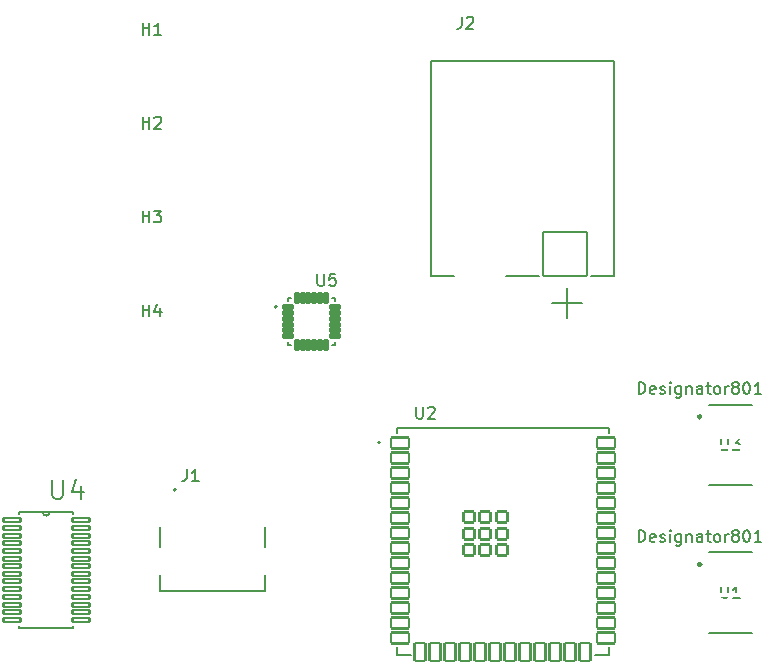
<source format=gbr>
%TF.GenerationSoftware,KiCad,Pcbnew,9.0.2*%
%TF.CreationDate,2025-11-06T19:37:58+13:00*%
%TF.ProjectId,Rob_Dev_Board,526f625f-4465-4765-9f42-6f6172642e6b,rev?*%
%TF.SameCoordinates,Original*%
%TF.FileFunction,Legend,Top*%
%TF.FilePolarity,Positive*%
%FSLAX46Y46*%
G04 Gerber Fmt 4.6, Leading zero omitted, Abs format (unit mm)*
G04 Created by KiCad (PCBNEW 9.0.2) date 2025-11-06 19:37:58*
%MOMM*%
%LPD*%
G01*
G04 APERTURE LIST*
G04 Aperture macros list*
%AMRoundRect*
0 Rectangle with rounded corners*
0 $1 Rounding radius*
0 $2 $3 $4 $5 $6 $7 $8 $9 X,Y pos of 4 corners*
0 Add a 4 corners polygon primitive as box body*
4,1,4,$2,$3,$4,$5,$6,$7,$8,$9,$2,$3,0*
0 Add four circle primitives for the rounded corners*
1,1,$1+$1,$2,$3*
1,1,$1+$1,$4,$5*
1,1,$1+$1,$6,$7*
1,1,$1+$1,$8,$9*
0 Add four rect primitives between the rounded corners*
20,1,$1+$1,$2,$3,$4,$5,0*
20,1,$1+$1,$4,$5,$6,$7,0*
20,1,$1+$1,$6,$7,$8,$9,0*
20,1,$1+$1,$8,$9,$2,$3,0*%
G04 Aperture macros list end*
%ADD10C,0.150000*%
%ADD11C,0.250000*%
%ADD12C,0.127000*%
%ADD13C,0.200000*%
%ADD14C,0.152400*%
%ADD15C,0.000000*%
%ADD16C,0.010000*%
%ADD17R,0.650001X0.249999*%
%ADD18R,0.249999X0.650001*%
%ADD19C,3.200000*%
%ADD20RoundRect,0.102000X-0.395000X-0.140000X0.395000X-0.140000X0.395000X0.140000X-0.395000X0.140000X0*%
%ADD21RoundRect,0.102000X-0.140000X-0.395000X0.140000X-0.395000X0.140000X0.395000X-0.140000X0.395000X0*%
%ADD22C,0.600000*%
%ADD23O,1.104000X2.204000*%
%ADD24O,1.104000X1.904000*%
%ADD25RoundRect,0.102000X-1.858000X-1.858000X1.858000X-1.858000X1.858000X1.858000X-1.858000X1.858000X0*%
%ADD26C,3.920000*%
%ADD27O,1.404000X2.604000*%
%ADD28RoundRect,0.102000X-0.736600X-0.177800X0.736600X-0.177800X0.736600X0.177800X-0.736600X0.177800X0*%
%ADD29RoundRect,0.102000X-0.750000X-0.450000X0.750000X-0.450000X0.750000X0.450000X-0.750000X0.450000X0*%
%ADD30RoundRect,0.102000X-0.450000X-0.750000X0.450000X-0.750000X0.450000X0.750000X-0.450000X0.750000X0*%
%ADD31RoundRect,0.102000X-0.450000X-0.450000X0.450000X-0.450000X0.450000X0.450000X-0.450000X0.450000X0*%
G04 APERTURE END LIST*
D10*
X102738095Y-71129820D02*
X102738095Y-71939343D01*
X102738095Y-71939343D02*
X102785714Y-72034581D01*
X102785714Y-72034581D02*
X102833333Y-72082201D01*
X102833333Y-72082201D02*
X102928571Y-72129820D01*
X102928571Y-72129820D02*
X103119047Y-72129820D01*
X103119047Y-72129820D02*
X103214285Y-72082201D01*
X103214285Y-72082201D02*
X103261904Y-72034581D01*
X103261904Y-72034581D02*
X103309523Y-71939343D01*
X103309523Y-71939343D02*
X103309523Y-71129820D01*
X103690476Y-71129820D02*
X104309523Y-71129820D01*
X104309523Y-71129820D02*
X103976190Y-71510772D01*
X103976190Y-71510772D02*
X104119047Y-71510772D01*
X104119047Y-71510772D02*
X104214285Y-71558391D01*
X104214285Y-71558391D02*
X104261904Y-71606010D01*
X104261904Y-71606010D02*
X104309523Y-71701248D01*
X104309523Y-71701248D02*
X104309523Y-71939343D01*
X104309523Y-71939343D02*
X104261904Y-72034581D01*
X104261904Y-72034581D02*
X104214285Y-72082201D01*
X104214285Y-72082201D02*
X104119047Y-72129820D01*
X104119047Y-72129820D02*
X103833333Y-72129820D01*
X103833333Y-72129820D02*
X103738095Y-72082201D01*
X103738095Y-72082201D02*
X103690476Y-72034581D01*
X95742533Y-67380020D02*
X95742533Y-66380020D01*
X95742533Y-66380020D02*
X95980628Y-66380020D01*
X95980628Y-66380020D02*
X96123485Y-66427639D01*
X96123485Y-66427639D02*
X96218723Y-66522877D01*
X96218723Y-66522877D02*
X96266342Y-66618115D01*
X96266342Y-66618115D02*
X96313961Y-66808591D01*
X96313961Y-66808591D02*
X96313961Y-66951448D01*
X96313961Y-66951448D02*
X96266342Y-67141924D01*
X96266342Y-67141924D02*
X96218723Y-67237162D01*
X96218723Y-67237162D02*
X96123485Y-67332401D01*
X96123485Y-67332401D02*
X95980628Y-67380020D01*
X95980628Y-67380020D02*
X95742533Y-67380020D01*
X97123485Y-67332401D02*
X97028247Y-67380020D01*
X97028247Y-67380020D02*
X96837771Y-67380020D01*
X96837771Y-67380020D02*
X96742533Y-67332401D01*
X96742533Y-67332401D02*
X96694914Y-67237162D01*
X96694914Y-67237162D02*
X96694914Y-66856210D01*
X96694914Y-66856210D02*
X96742533Y-66760972D01*
X96742533Y-66760972D02*
X96837771Y-66713353D01*
X96837771Y-66713353D02*
X97028247Y-66713353D01*
X97028247Y-66713353D02*
X97123485Y-66760972D01*
X97123485Y-66760972D02*
X97171104Y-66856210D01*
X97171104Y-66856210D02*
X97171104Y-66951448D01*
X97171104Y-66951448D02*
X96694914Y-67046686D01*
X97552057Y-67332401D02*
X97647295Y-67380020D01*
X97647295Y-67380020D02*
X97837771Y-67380020D01*
X97837771Y-67380020D02*
X97933009Y-67332401D01*
X97933009Y-67332401D02*
X97980628Y-67237162D01*
X97980628Y-67237162D02*
X97980628Y-67189543D01*
X97980628Y-67189543D02*
X97933009Y-67094305D01*
X97933009Y-67094305D02*
X97837771Y-67046686D01*
X97837771Y-67046686D02*
X97694914Y-67046686D01*
X97694914Y-67046686D02*
X97599676Y-66999067D01*
X97599676Y-66999067D02*
X97552057Y-66903829D01*
X97552057Y-66903829D02*
X97552057Y-66856210D01*
X97552057Y-66856210D02*
X97599676Y-66760972D01*
X97599676Y-66760972D02*
X97694914Y-66713353D01*
X97694914Y-66713353D02*
X97837771Y-66713353D01*
X97837771Y-66713353D02*
X97933009Y-66760972D01*
X98409200Y-67380020D02*
X98409200Y-66713353D01*
X98409200Y-66380020D02*
X98361581Y-66427639D01*
X98361581Y-66427639D02*
X98409200Y-66475258D01*
X98409200Y-66475258D02*
X98456819Y-66427639D01*
X98456819Y-66427639D02*
X98409200Y-66380020D01*
X98409200Y-66380020D02*
X98409200Y-66475258D01*
X99313961Y-66713353D02*
X99313961Y-67522877D01*
X99313961Y-67522877D02*
X99266342Y-67618115D01*
X99266342Y-67618115D02*
X99218723Y-67665734D01*
X99218723Y-67665734D02*
X99123485Y-67713353D01*
X99123485Y-67713353D02*
X98980628Y-67713353D01*
X98980628Y-67713353D02*
X98885390Y-67665734D01*
X99313961Y-67332401D02*
X99218723Y-67380020D01*
X99218723Y-67380020D02*
X99028247Y-67380020D01*
X99028247Y-67380020D02*
X98933009Y-67332401D01*
X98933009Y-67332401D02*
X98885390Y-67284781D01*
X98885390Y-67284781D02*
X98837771Y-67189543D01*
X98837771Y-67189543D02*
X98837771Y-66903829D01*
X98837771Y-66903829D02*
X98885390Y-66808591D01*
X98885390Y-66808591D02*
X98933009Y-66760972D01*
X98933009Y-66760972D02*
X99028247Y-66713353D01*
X99028247Y-66713353D02*
X99218723Y-66713353D01*
X99218723Y-66713353D02*
X99313961Y-66760972D01*
X99790152Y-66713353D02*
X99790152Y-67380020D01*
X99790152Y-66808591D02*
X99837771Y-66760972D01*
X99837771Y-66760972D02*
X99933009Y-66713353D01*
X99933009Y-66713353D02*
X100075866Y-66713353D01*
X100075866Y-66713353D02*
X100171104Y-66760972D01*
X100171104Y-66760972D02*
X100218723Y-66856210D01*
X100218723Y-66856210D02*
X100218723Y-67380020D01*
X101123485Y-67380020D02*
X101123485Y-66856210D01*
X101123485Y-66856210D02*
X101075866Y-66760972D01*
X101075866Y-66760972D02*
X100980628Y-66713353D01*
X100980628Y-66713353D02*
X100790152Y-66713353D01*
X100790152Y-66713353D02*
X100694914Y-66760972D01*
X101123485Y-67332401D02*
X101028247Y-67380020D01*
X101028247Y-67380020D02*
X100790152Y-67380020D01*
X100790152Y-67380020D02*
X100694914Y-67332401D01*
X100694914Y-67332401D02*
X100647295Y-67237162D01*
X100647295Y-67237162D02*
X100647295Y-67141924D01*
X100647295Y-67141924D02*
X100694914Y-67046686D01*
X100694914Y-67046686D02*
X100790152Y-66999067D01*
X100790152Y-66999067D02*
X101028247Y-66999067D01*
X101028247Y-66999067D02*
X101123485Y-66951448D01*
X101456819Y-66713353D02*
X101837771Y-66713353D01*
X101599676Y-66380020D02*
X101599676Y-67237162D01*
X101599676Y-67237162D02*
X101647295Y-67332401D01*
X101647295Y-67332401D02*
X101742533Y-67380020D01*
X101742533Y-67380020D02*
X101837771Y-67380020D01*
X102313962Y-67380020D02*
X102218724Y-67332401D01*
X102218724Y-67332401D02*
X102171105Y-67284781D01*
X102171105Y-67284781D02*
X102123486Y-67189543D01*
X102123486Y-67189543D02*
X102123486Y-66903829D01*
X102123486Y-66903829D02*
X102171105Y-66808591D01*
X102171105Y-66808591D02*
X102218724Y-66760972D01*
X102218724Y-66760972D02*
X102313962Y-66713353D01*
X102313962Y-66713353D02*
X102456819Y-66713353D01*
X102456819Y-66713353D02*
X102552057Y-66760972D01*
X102552057Y-66760972D02*
X102599676Y-66808591D01*
X102599676Y-66808591D02*
X102647295Y-66903829D01*
X102647295Y-66903829D02*
X102647295Y-67189543D01*
X102647295Y-67189543D02*
X102599676Y-67284781D01*
X102599676Y-67284781D02*
X102552057Y-67332401D01*
X102552057Y-67332401D02*
X102456819Y-67380020D01*
X102456819Y-67380020D02*
X102313962Y-67380020D01*
X103075867Y-67380020D02*
X103075867Y-66713353D01*
X103075867Y-66903829D02*
X103123486Y-66808591D01*
X103123486Y-66808591D02*
X103171105Y-66760972D01*
X103171105Y-66760972D02*
X103266343Y-66713353D01*
X103266343Y-66713353D02*
X103361581Y-66713353D01*
X103837772Y-66808591D02*
X103742534Y-66760972D01*
X103742534Y-66760972D02*
X103694915Y-66713353D01*
X103694915Y-66713353D02*
X103647296Y-66618115D01*
X103647296Y-66618115D02*
X103647296Y-66570496D01*
X103647296Y-66570496D02*
X103694915Y-66475258D01*
X103694915Y-66475258D02*
X103742534Y-66427639D01*
X103742534Y-66427639D02*
X103837772Y-66380020D01*
X103837772Y-66380020D02*
X104028248Y-66380020D01*
X104028248Y-66380020D02*
X104123486Y-66427639D01*
X104123486Y-66427639D02*
X104171105Y-66475258D01*
X104171105Y-66475258D02*
X104218724Y-66570496D01*
X104218724Y-66570496D02*
X104218724Y-66618115D01*
X104218724Y-66618115D02*
X104171105Y-66713353D01*
X104171105Y-66713353D02*
X104123486Y-66760972D01*
X104123486Y-66760972D02*
X104028248Y-66808591D01*
X104028248Y-66808591D02*
X103837772Y-66808591D01*
X103837772Y-66808591D02*
X103742534Y-66856210D01*
X103742534Y-66856210D02*
X103694915Y-66903829D01*
X103694915Y-66903829D02*
X103647296Y-66999067D01*
X103647296Y-66999067D02*
X103647296Y-67189543D01*
X103647296Y-67189543D02*
X103694915Y-67284781D01*
X103694915Y-67284781D02*
X103742534Y-67332401D01*
X103742534Y-67332401D02*
X103837772Y-67380020D01*
X103837772Y-67380020D02*
X104028248Y-67380020D01*
X104028248Y-67380020D02*
X104123486Y-67332401D01*
X104123486Y-67332401D02*
X104171105Y-67284781D01*
X104171105Y-67284781D02*
X104218724Y-67189543D01*
X104218724Y-67189543D02*
X104218724Y-66999067D01*
X104218724Y-66999067D02*
X104171105Y-66903829D01*
X104171105Y-66903829D02*
X104123486Y-66856210D01*
X104123486Y-66856210D02*
X104028248Y-66808591D01*
X104837772Y-66380020D02*
X104933010Y-66380020D01*
X104933010Y-66380020D02*
X105028248Y-66427639D01*
X105028248Y-66427639D02*
X105075867Y-66475258D01*
X105075867Y-66475258D02*
X105123486Y-66570496D01*
X105123486Y-66570496D02*
X105171105Y-66760972D01*
X105171105Y-66760972D02*
X105171105Y-66999067D01*
X105171105Y-66999067D02*
X105123486Y-67189543D01*
X105123486Y-67189543D02*
X105075867Y-67284781D01*
X105075867Y-67284781D02*
X105028248Y-67332401D01*
X105028248Y-67332401D02*
X104933010Y-67380020D01*
X104933010Y-67380020D02*
X104837772Y-67380020D01*
X104837772Y-67380020D02*
X104742534Y-67332401D01*
X104742534Y-67332401D02*
X104694915Y-67284781D01*
X104694915Y-67284781D02*
X104647296Y-67189543D01*
X104647296Y-67189543D02*
X104599677Y-66999067D01*
X104599677Y-66999067D02*
X104599677Y-66760972D01*
X104599677Y-66760972D02*
X104647296Y-66570496D01*
X104647296Y-66570496D02*
X104694915Y-66475258D01*
X104694915Y-66475258D02*
X104742534Y-66427639D01*
X104742534Y-66427639D02*
X104837772Y-66380020D01*
X106123486Y-67380020D02*
X105552058Y-67380020D01*
X105837772Y-67380020D02*
X105837772Y-66380020D01*
X105837772Y-66380020D02*
X105742534Y-66522877D01*
X105742534Y-66522877D02*
X105647296Y-66618115D01*
X105647296Y-66618115D02*
X105552058Y-66665734D01*
X53738095Y-36954819D02*
X53738095Y-35954819D01*
X53738095Y-36431009D02*
X54309523Y-36431009D01*
X54309523Y-36954819D02*
X54309523Y-35954819D01*
X55309523Y-36954819D02*
X54738095Y-36954819D01*
X55023809Y-36954819D02*
X55023809Y-35954819D01*
X55023809Y-35954819D02*
X54928571Y-36097676D01*
X54928571Y-36097676D02*
X54833333Y-36192914D01*
X54833333Y-36192914D02*
X54738095Y-36240533D01*
X102738095Y-83654820D02*
X102738095Y-84464343D01*
X102738095Y-84464343D02*
X102785714Y-84559581D01*
X102785714Y-84559581D02*
X102833333Y-84607201D01*
X102833333Y-84607201D02*
X102928571Y-84654820D01*
X102928571Y-84654820D02*
X103119047Y-84654820D01*
X103119047Y-84654820D02*
X103214285Y-84607201D01*
X103214285Y-84607201D02*
X103261904Y-84559581D01*
X103261904Y-84559581D02*
X103309523Y-84464343D01*
X103309523Y-84464343D02*
X103309523Y-83654820D01*
X104309523Y-84654820D02*
X103738095Y-84654820D01*
X104023809Y-84654820D02*
X104023809Y-83654820D01*
X104023809Y-83654820D02*
X103928571Y-83797677D01*
X103928571Y-83797677D02*
X103833333Y-83892915D01*
X103833333Y-83892915D02*
X103738095Y-83940534D01*
X95742533Y-79905020D02*
X95742533Y-78905020D01*
X95742533Y-78905020D02*
X95980628Y-78905020D01*
X95980628Y-78905020D02*
X96123485Y-78952639D01*
X96123485Y-78952639D02*
X96218723Y-79047877D01*
X96218723Y-79047877D02*
X96266342Y-79143115D01*
X96266342Y-79143115D02*
X96313961Y-79333591D01*
X96313961Y-79333591D02*
X96313961Y-79476448D01*
X96313961Y-79476448D02*
X96266342Y-79666924D01*
X96266342Y-79666924D02*
X96218723Y-79762162D01*
X96218723Y-79762162D02*
X96123485Y-79857401D01*
X96123485Y-79857401D02*
X95980628Y-79905020D01*
X95980628Y-79905020D02*
X95742533Y-79905020D01*
X97123485Y-79857401D02*
X97028247Y-79905020D01*
X97028247Y-79905020D02*
X96837771Y-79905020D01*
X96837771Y-79905020D02*
X96742533Y-79857401D01*
X96742533Y-79857401D02*
X96694914Y-79762162D01*
X96694914Y-79762162D02*
X96694914Y-79381210D01*
X96694914Y-79381210D02*
X96742533Y-79285972D01*
X96742533Y-79285972D02*
X96837771Y-79238353D01*
X96837771Y-79238353D02*
X97028247Y-79238353D01*
X97028247Y-79238353D02*
X97123485Y-79285972D01*
X97123485Y-79285972D02*
X97171104Y-79381210D01*
X97171104Y-79381210D02*
X97171104Y-79476448D01*
X97171104Y-79476448D02*
X96694914Y-79571686D01*
X97552057Y-79857401D02*
X97647295Y-79905020D01*
X97647295Y-79905020D02*
X97837771Y-79905020D01*
X97837771Y-79905020D02*
X97933009Y-79857401D01*
X97933009Y-79857401D02*
X97980628Y-79762162D01*
X97980628Y-79762162D02*
X97980628Y-79714543D01*
X97980628Y-79714543D02*
X97933009Y-79619305D01*
X97933009Y-79619305D02*
X97837771Y-79571686D01*
X97837771Y-79571686D02*
X97694914Y-79571686D01*
X97694914Y-79571686D02*
X97599676Y-79524067D01*
X97599676Y-79524067D02*
X97552057Y-79428829D01*
X97552057Y-79428829D02*
X97552057Y-79381210D01*
X97552057Y-79381210D02*
X97599676Y-79285972D01*
X97599676Y-79285972D02*
X97694914Y-79238353D01*
X97694914Y-79238353D02*
X97837771Y-79238353D01*
X97837771Y-79238353D02*
X97933009Y-79285972D01*
X98409200Y-79905020D02*
X98409200Y-79238353D01*
X98409200Y-78905020D02*
X98361581Y-78952639D01*
X98361581Y-78952639D02*
X98409200Y-79000258D01*
X98409200Y-79000258D02*
X98456819Y-78952639D01*
X98456819Y-78952639D02*
X98409200Y-78905020D01*
X98409200Y-78905020D02*
X98409200Y-79000258D01*
X99313961Y-79238353D02*
X99313961Y-80047877D01*
X99313961Y-80047877D02*
X99266342Y-80143115D01*
X99266342Y-80143115D02*
X99218723Y-80190734D01*
X99218723Y-80190734D02*
X99123485Y-80238353D01*
X99123485Y-80238353D02*
X98980628Y-80238353D01*
X98980628Y-80238353D02*
X98885390Y-80190734D01*
X99313961Y-79857401D02*
X99218723Y-79905020D01*
X99218723Y-79905020D02*
X99028247Y-79905020D01*
X99028247Y-79905020D02*
X98933009Y-79857401D01*
X98933009Y-79857401D02*
X98885390Y-79809781D01*
X98885390Y-79809781D02*
X98837771Y-79714543D01*
X98837771Y-79714543D02*
X98837771Y-79428829D01*
X98837771Y-79428829D02*
X98885390Y-79333591D01*
X98885390Y-79333591D02*
X98933009Y-79285972D01*
X98933009Y-79285972D02*
X99028247Y-79238353D01*
X99028247Y-79238353D02*
X99218723Y-79238353D01*
X99218723Y-79238353D02*
X99313961Y-79285972D01*
X99790152Y-79238353D02*
X99790152Y-79905020D01*
X99790152Y-79333591D02*
X99837771Y-79285972D01*
X99837771Y-79285972D02*
X99933009Y-79238353D01*
X99933009Y-79238353D02*
X100075866Y-79238353D01*
X100075866Y-79238353D02*
X100171104Y-79285972D01*
X100171104Y-79285972D02*
X100218723Y-79381210D01*
X100218723Y-79381210D02*
X100218723Y-79905020D01*
X101123485Y-79905020D02*
X101123485Y-79381210D01*
X101123485Y-79381210D02*
X101075866Y-79285972D01*
X101075866Y-79285972D02*
X100980628Y-79238353D01*
X100980628Y-79238353D02*
X100790152Y-79238353D01*
X100790152Y-79238353D02*
X100694914Y-79285972D01*
X101123485Y-79857401D02*
X101028247Y-79905020D01*
X101028247Y-79905020D02*
X100790152Y-79905020D01*
X100790152Y-79905020D02*
X100694914Y-79857401D01*
X100694914Y-79857401D02*
X100647295Y-79762162D01*
X100647295Y-79762162D02*
X100647295Y-79666924D01*
X100647295Y-79666924D02*
X100694914Y-79571686D01*
X100694914Y-79571686D02*
X100790152Y-79524067D01*
X100790152Y-79524067D02*
X101028247Y-79524067D01*
X101028247Y-79524067D02*
X101123485Y-79476448D01*
X101456819Y-79238353D02*
X101837771Y-79238353D01*
X101599676Y-78905020D02*
X101599676Y-79762162D01*
X101599676Y-79762162D02*
X101647295Y-79857401D01*
X101647295Y-79857401D02*
X101742533Y-79905020D01*
X101742533Y-79905020D02*
X101837771Y-79905020D01*
X102313962Y-79905020D02*
X102218724Y-79857401D01*
X102218724Y-79857401D02*
X102171105Y-79809781D01*
X102171105Y-79809781D02*
X102123486Y-79714543D01*
X102123486Y-79714543D02*
X102123486Y-79428829D01*
X102123486Y-79428829D02*
X102171105Y-79333591D01*
X102171105Y-79333591D02*
X102218724Y-79285972D01*
X102218724Y-79285972D02*
X102313962Y-79238353D01*
X102313962Y-79238353D02*
X102456819Y-79238353D01*
X102456819Y-79238353D02*
X102552057Y-79285972D01*
X102552057Y-79285972D02*
X102599676Y-79333591D01*
X102599676Y-79333591D02*
X102647295Y-79428829D01*
X102647295Y-79428829D02*
X102647295Y-79714543D01*
X102647295Y-79714543D02*
X102599676Y-79809781D01*
X102599676Y-79809781D02*
X102552057Y-79857401D01*
X102552057Y-79857401D02*
X102456819Y-79905020D01*
X102456819Y-79905020D02*
X102313962Y-79905020D01*
X103075867Y-79905020D02*
X103075867Y-79238353D01*
X103075867Y-79428829D02*
X103123486Y-79333591D01*
X103123486Y-79333591D02*
X103171105Y-79285972D01*
X103171105Y-79285972D02*
X103266343Y-79238353D01*
X103266343Y-79238353D02*
X103361581Y-79238353D01*
X103837772Y-79333591D02*
X103742534Y-79285972D01*
X103742534Y-79285972D02*
X103694915Y-79238353D01*
X103694915Y-79238353D02*
X103647296Y-79143115D01*
X103647296Y-79143115D02*
X103647296Y-79095496D01*
X103647296Y-79095496D02*
X103694915Y-79000258D01*
X103694915Y-79000258D02*
X103742534Y-78952639D01*
X103742534Y-78952639D02*
X103837772Y-78905020D01*
X103837772Y-78905020D02*
X104028248Y-78905020D01*
X104028248Y-78905020D02*
X104123486Y-78952639D01*
X104123486Y-78952639D02*
X104171105Y-79000258D01*
X104171105Y-79000258D02*
X104218724Y-79095496D01*
X104218724Y-79095496D02*
X104218724Y-79143115D01*
X104218724Y-79143115D02*
X104171105Y-79238353D01*
X104171105Y-79238353D02*
X104123486Y-79285972D01*
X104123486Y-79285972D02*
X104028248Y-79333591D01*
X104028248Y-79333591D02*
X103837772Y-79333591D01*
X103837772Y-79333591D02*
X103742534Y-79381210D01*
X103742534Y-79381210D02*
X103694915Y-79428829D01*
X103694915Y-79428829D02*
X103647296Y-79524067D01*
X103647296Y-79524067D02*
X103647296Y-79714543D01*
X103647296Y-79714543D02*
X103694915Y-79809781D01*
X103694915Y-79809781D02*
X103742534Y-79857401D01*
X103742534Y-79857401D02*
X103837772Y-79905020D01*
X103837772Y-79905020D02*
X104028248Y-79905020D01*
X104028248Y-79905020D02*
X104123486Y-79857401D01*
X104123486Y-79857401D02*
X104171105Y-79809781D01*
X104171105Y-79809781D02*
X104218724Y-79714543D01*
X104218724Y-79714543D02*
X104218724Y-79524067D01*
X104218724Y-79524067D02*
X104171105Y-79428829D01*
X104171105Y-79428829D02*
X104123486Y-79381210D01*
X104123486Y-79381210D02*
X104028248Y-79333591D01*
X104837772Y-78905020D02*
X104933010Y-78905020D01*
X104933010Y-78905020D02*
X105028248Y-78952639D01*
X105028248Y-78952639D02*
X105075867Y-79000258D01*
X105075867Y-79000258D02*
X105123486Y-79095496D01*
X105123486Y-79095496D02*
X105171105Y-79285972D01*
X105171105Y-79285972D02*
X105171105Y-79524067D01*
X105171105Y-79524067D02*
X105123486Y-79714543D01*
X105123486Y-79714543D02*
X105075867Y-79809781D01*
X105075867Y-79809781D02*
X105028248Y-79857401D01*
X105028248Y-79857401D02*
X104933010Y-79905020D01*
X104933010Y-79905020D02*
X104837772Y-79905020D01*
X104837772Y-79905020D02*
X104742534Y-79857401D01*
X104742534Y-79857401D02*
X104694915Y-79809781D01*
X104694915Y-79809781D02*
X104647296Y-79714543D01*
X104647296Y-79714543D02*
X104599677Y-79524067D01*
X104599677Y-79524067D02*
X104599677Y-79285972D01*
X104599677Y-79285972D02*
X104647296Y-79095496D01*
X104647296Y-79095496D02*
X104694915Y-79000258D01*
X104694915Y-79000258D02*
X104742534Y-78952639D01*
X104742534Y-78952639D02*
X104837772Y-78905020D01*
X106123486Y-79905020D02*
X105552058Y-79905020D01*
X105837772Y-79905020D02*
X105837772Y-78905020D01*
X105837772Y-78905020D02*
X105742534Y-79047877D01*
X105742534Y-79047877D02*
X105647296Y-79143115D01*
X105647296Y-79143115D02*
X105552058Y-79190734D01*
X68538095Y-57212319D02*
X68538095Y-58021842D01*
X68538095Y-58021842D02*
X68585714Y-58117080D01*
X68585714Y-58117080D02*
X68633333Y-58164700D01*
X68633333Y-58164700D02*
X68728571Y-58212319D01*
X68728571Y-58212319D02*
X68919047Y-58212319D01*
X68919047Y-58212319D02*
X69014285Y-58164700D01*
X69014285Y-58164700D02*
X69061904Y-58117080D01*
X69061904Y-58117080D02*
X69109523Y-58021842D01*
X69109523Y-58021842D02*
X69109523Y-57212319D01*
X70061904Y-57212319D02*
X69585714Y-57212319D01*
X69585714Y-57212319D02*
X69538095Y-57688509D01*
X69538095Y-57688509D02*
X69585714Y-57640890D01*
X69585714Y-57640890D02*
X69680952Y-57593271D01*
X69680952Y-57593271D02*
X69919047Y-57593271D01*
X69919047Y-57593271D02*
X70014285Y-57640890D01*
X70014285Y-57640890D02*
X70061904Y-57688509D01*
X70061904Y-57688509D02*
X70109523Y-57783747D01*
X70109523Y-57783747D02*
X70109523Y-58021842D01*
X70109523Y-58021842D02*
X70061904Y-58117080D01*
X70061904Y-58117080D02*
X70014285Y-58164700D01*
X70014285Y-58164700D02*
X69919047Y-58212319D01*
X69919047Y-58212319D02*
X69680952Y-58212319D01*
X69680952Y-58212319D02*
X69585714Y-58164700D01*
X69585714Y-58164700D02*
X69538095Y-58117080D01*
X53738095Y-44904819D02*
X53738095Y-43904819D01*
X53738095Y-44381009D02*
X54309523Y-44381009D01*
X54309523Y-44904819D02*
X54309523Y-43904819D01*
X54738095Y-44000057D02*
X54785714Y-43952438D01*
X54785714Y-43952438D02*
X54880952Y-43904819D01*
X54880952Y-43904819D02*
X55119047Y-43904819D01*
X55119047Y-43904819D02*
X55214285Y-43952438D01*
X55214285Y-43952438D02*
X55261904Y-44000057D01*
X55261904Y-44000057D02*
X55309523Y-44095295D01*
X55309523Y-44095295D02*
X55309523Y-44190533D01*
X55309523Y-44190533D02*
X55261904Y-44333390D01*
X55261904Y-44333390D02*
X54690476Y-44904819D01*
X54690476Y-44904819D02*
X55309523Y-44904819D01*
X57491666Y-73749819D02*
X57491666Y-74464104D01*
X57491666Y-74464104D02*
X57444047Y-74606961D01*
X57444047Y-74606961D02*
X57348809Y-74702200D01*
X57348809Y-74702200D02*
X57205952Y-74749819D01*
X57205952Y-74749819D02*
X57110714Y-74749819D01*
X58491666Y-74749819D02*
X57920238Y-74749819D01*
X58205952Y-74749819D02*
X58205952Y-73749819D01*
X58205952Y-73749819D02*
X58110714Y-73892676D01*
X58110714Y-73892676D02*
X58015476Y-73987914D01*
X58015476Y-73987914D02*
X57920238Y-74035533D01*
X53738095Y-60804819D02*
X53738095Y-59804819D01*
X53738095Y-60281009D02*
X54309523Y-60281009D01*
X54309523Y-60804819D02*
X54309523Y-59804819D01*
X55214285Y-60138152D02*
X55214285Y-60804819D01*
X54976190Y-59757200D02*
X54738095Y-60471485D01*
X54738095Y-60471485D02*
X55357142Y-60471485D01*
X80742919Y-35439603D02*
X80742919Y-36154203D01*
X80742919Y-36154203D02*
X80695279Y-36297123D01*
X80695279Y-36297123D02*
X80599999Y-36392404D01*
X80599999Y-36392404D02*
X80457079Y-36440044D01*
X80457079Y-36440044D02*
X80361799Y-36440044D01*
X81171680Y-35534883D02*
X81219320Y-35487243D01*
X81219320Y-35487243D02*
X81314600Y-35439603D01*
X81314600Y-35439603D02*
X81552800Y-35439603D01*
X81552800Y-35439603D02*
X81648080Y-35487243D01*
X81648080Y-35487243D02*
X81695720Y-35534883D01*
X81695720Y-35534883D02*
X81743360Y-35630163D01*
X81743360Y-35630163D02*
X81743360Y-35725443D01*
X81743360Y-35725443D02*
X81695720Y-35868363D01*
X81695720Y-35868363D02*
X81124040Y-36440044D01*
X81124040Y-36440044D02*
X81743360Y-36440044D01*
X53738095Y-52854819D02*
X53738095Y-51854819D01*
X53738095Y-52331009D02*
X54309523Y-52331009D01*
X54309523Y-52854819D02*
X54309523Y-51854819D01*
X54690476Y-51854819D02*
X55309523Y-51854819D01*
X55309523Y-51854819D02*
X54976190Y-52235771D01*
X54976190Y-52235771D02*
X55119047Y-52235771D01*
X55119047Y-52235771D02*
X55214285Y-52283390D01*
X55214285Y-52283390D02*
X55261904Y-52331009D01*
X55261904Y-52331009D02*
X55309523Y-52426247D01*
X55309523Y-52426247D02*
X55309523Y-52664342D01*
X55309523Y-52664342D02*
X55261904Y-52759580D01*
X55261904Y-52759580D02*
X55214285Y-52807200D01*
X55214285Y-52807200D02*
X55119047Y-52854819D01*
X55119047Y-52854819D02*
X54833333Y-52854819D01*
X54833333Y-52854819D02*
X54738095Y-52807200D01*
X54738095Y-52807200D02*
X54690476Y-52759580D01*
X46082936Y-74625284D02*
X46082936Y-75955134D01*
X46082936Y-75955134D02*
X46161162Y-76111587D01*
X46161162Y-76111587D02*
X46239389Y-76189814D01*
X46239389Y-76189814D02*
X46395842Y-76268040D01*
X46395842Y-76268040D02*
X46708748Y-76268040D01*
X46708748Y-76268040D02*
X46865201Y-76189814D01*
X46865201Y-76189814D02*
X46943427Y-76111587D01*
X46943427Y-76111587D02*
X47021654Y-75955134D01*
X47021654Y-75955134D02*
X47021654Y-74625284D01*
X48507956Y-75172869D02*
X48507956Y-76268040D01*
X48116824Y-74547058D02*
X47725691Y-75720455D01*
X47725691Y-75720455D02*
X48742636Y-75720455D01*
X76913095Y-68469819D02*
X76913095Y-69279342D01*
X76913095Y-69279342D02*
X76960714Y-69374580D01*
X76960714Y-69374580D02*
X77008333Y-69422200D01*
X77008333Y-69422200D02*
X77103571Y-69469819D01*
X77103571Y-69469819D02*
X77294047Y-69469819D01*
X77294047Y-69469819D02*
X77389285Y-69422200D01*
X77389285Y-69422200D02*
X77436904Y-69374580D01*
X77436904Y-69374580D02*
X77484523Y-69279342D01*
X77484523Y-69279342D02*
X77484523Y-68469819D01*
X77913095Y-68565057D02*
X77960714Y-68517438D01*
X77960714Y-68517438D02*
X78055952Y-68469819D01*
X78055952Y-68469819D02*
X78294047Y-68469819D01*
X78294047Y-68469819D02*
X78389285Y-68517438D01*
X78389285Y-68517438D02*
X78436904Y-68565057D01*
X78436904Y-68565057D02*
X78484523Y-68660295D01*
X78484523Y-68660295D02*
X78484523Y-68755533D01*
X78484523Y-68755533D02*
X78436904Y-68898390D01*
X78436904Y-68898390D02*
X77865476Y-69469819D01*
X77865476Y-69469819D02*
X78484523Y-69469819D01*
%TO.C,U3*%
X101700001Y-68275000D02*
X105299999Y-68275000D01*
X101700001Y-75075002D02*
X105299999Y-75075002D01*
D11*
X101025001Y-69300002D02*
G75*
G02*
X100774999Y-69300002I-125001J0D01*
G01*
X100774999Y-69300002D02*
G75*
G02*
X101025001Y-69300002I125001J0D01*
G01*
D10*
%TO.C,U1*%
X101700001Y-80800000D02*
X105299999Y-80800000D01*
X101700001Y-87600002D02*
X105299999Y-87600002D01*
D11*
X101025001Y-81825002D02*
G75*
G02*
X100774999Y-81825002I-125001J0D01*
G01*
X100774999Y-81825002D02*
G75*
G02*
X101025001Y-81825002I125001J0D01*
G01*
D12*
%TO.C,U5*%
X66030000Y-59250000D02*
X66030000Y-59545000D01*
X66030000Y-59250000D02*
X66325000Y-59250000D01*
X66030000Y-63250000D02*
X66030000Y-62955000D01*
X66030000Y-63250000D02*
X66325000Y-63250000D01*
X70030000Y-59250000D02*
X69735000Y-59250000D01*
X70030000Y-59250000D02*
X70030000Y-59545000D01*
X70030000Y-63250000D02*
X69735000Y-63250000D01*
X70030000Y-63250000D02*
X70030000Y-62955000D01*
D13*
X65130000Y-60000000D02*
G75*
G02*
X64930000Y-60000000I-100000J0D01*
G01*
X64930000Y-60000000D02*
G75*
G02*
X65130000Y-60000000I100000J0D01*
G01*
D12*
%TO.C,J1*%
X55205000Y-78650000D02*
X55205000Y-80330000D01*
X55205000Y-84100000D02*
X55205000Y-82670000D01*
X55205000Y-84100000D02*
X64145000Y-84100000D01*
X64145000Y-78650000D02*
X64145000Y-80330000D01*
X64145000Y-84100000D02*
X64145000Y-82670000D01*
D13*
X56575000Y-75500000D02*
G75*
G02*
X56375000Y-75500000I-100000J0D01*
G01*
X56375000Y-75500000D02*
G75*
G02*
X56575000Y-75500000I100000J0D01*
G01*
D12*
%TO.C,J2*%
X78150000Y-39150000D02*
X78150000Y-57350000D01*
X78150000Y-57350000D02*
X80122000Y-57350000D01*
X84478000Y-57350000D02*
X87322000Y-57350000D01*
X88440000Y-59660000D02*
X89710000Y-59660000D01*
X89710000Y-59660000D02*
X89710000Y-58390000D01*
X89710000Y-59660000D02*
X89710000Y-60930000D01*
X90980000Y-59660000D02*
X89710000Y-59660000D01*
X93650000Y-39150000D02*
X78150000Y-39150000D01*
X93650000Y-57350000D02*
X91678000Y-57350000D01*
X93650000Y-57350000D02*
X93650000Y-39150000D01*
D14*
%TO.C,U4*%
X43318400Y-77381400D02*
X43318400Y-77559200D01*
X43318400Y-87008000D02*
X43318400Y-87185800D01*
X43318400Y-87185800D02*
X47839600Y-87185800D01*
X45274200Y-77381400D02*
X43318400Y-77381400D01*
X45883800Y-77381400D02*
X45274200Y-77381400D01*
X47839600Y-77381400D02*
X45883800Y-77381400D01*
X47839600Y-77559200D02*
X47839600Y-77381400D01*
X47839600Y-87185800D02*
X47839600Y-87008000D01*
X45883800Y-77381400D02*
G75*
G02*
X45274200Y-77381400I-304800J0D01*
G01*
D12*
%TO.C,U2*%
X75250000Y-70300000D02*
X93250000Y-70300000D01*
X75250000Y-70720000D02*
X75250000Y-70300000D01*
X75250000Y-89500000D02*
X75250000Y-88770000D01*
X76495000Y-89500000D02*
X75250000Y-89500000D01*
X93250000Y-70300000D02*
X93250000Y-70720000D01*
X93250000Y-89500000D02*
X92005000Y-89500000D01*
X93250000Y-89500000D02*
X93250000Y-88770000D01*
D13*
X73850000Y-71490000D02*
G75*
G02*
X73650000Y-71490000I-100000J0D01*
G01*
X73650000Y-71490000D02*
G75*
G02*
X73850000Y-71490000I100000J0D01*
G01*
%TD*%
%LPC*%
D15*
%TO.C,U3*%
G36*
X103374999Y-71725001D02*
G01*
X103374999Y-72025000D01*
X103324999Y-72075000D01*
X101900001Y-72075000D01*
X101900001Y-72000002D01*
X101599999Y-72000002D01*
X101549999Y-71949999D01*
X101550001Y-71800002D01*
X101600001Y-71750002D01*
X101900001Y-71750002D01*
X101900001Y-71675001D01*
X103324999Y-71675001D01*
X103374999Y-71725001D01*
G37*
G36*
X103374999Y-72525002D02*
G01*
X103374999Y-72825001D01*
X103324999Y-72874999D01*
X101900001Y-72875001D01*
X101900001Y-72800000D01*
X101599999Y-72800000D01*
X101549999Y-72750000D01*
X101550001Y-72600003D01*
X101600001Y-72550003D01*
X101900001Y-72550001D01*
X101900001Y-72475002D01*
X103324999Y-72475002D01*
X103374999Y-72525002D01*
G37*
G36*
X105099999Y-72550001D02*
G01*
X105399999Y-72550003D01*
X105449999Y-72600003D01*
X105450001Y-72750000D01*
X105400001Y-72800000D01*
X105099999Y-72800000D01*
X105099999Y-72875001D01*
X103675001Y-72874999D01*
X103625001Y-72825001D01*
X103625001Y-72525002D01*
X103675001Y-72475002D01*
X105099999Y-72475002D01*
X105099999Y-72550001D01*
G37*
G36*
X105099999Y-71750002D02*
G01*
X105399999Y-71750005D01*
X105450001Y-71800005D01*
X105450001Y-71949999D01*
X105400001Y-72000002D01*
X105099999Y-72000002D01*
X105099999Y-72075000D01*
X103675001Y-72074998D01*
X103625001Y-72025000D01*
X103625001Y-71725001D01*
X103675001Y-71675001D01*
X105099999Y-71675001D01*
X105099999Y-71750002D01*
G37*
G36*
X105099999Y-70850001D02*
G01*
X105399999Y-70850001D01*
X105450001Y-70900001D01*
X105449999Y-71050001D01*
X105399999Y-71100001D01*
X105099999Y-71100001D01*
X105099999Y-71175002D01*
X101900001Y-71175002D01*
X101900001Y-71100001D01*
X101600001Y-71100001D01*
X101549999Y-71050001D01*
X101550001Y-70900001D01*
X101600001Y-70850001D01*
X101900001Y-70850001D01*
X101900001Y-70775000D01*
X105099999Y-70775000D01*
X105099999Y-70850001D01*
G37*
G36*
X105099999Y-73450001D02*
G01*
X105399999Y-73450001D01*
X105450001Y-73500001D01*
X105450001Y-73650001D01*
X105399999Y-73700001D01*
X105099999Y-73700001D01*
X105099999Y-73775002D01*
X104375000Y-73775002D01*
X104375000Y-74575000D01*
X104325000Y-74625000D01*
X104175000Y-74625000D01*
X104125000Y-74575000D01*
X104125000Y-73775002D01*
X103875001Y-73775002D01*
X103875001Y-74575000D01*
X103825001Y-74625000D01*
X103675001Y-74625000D01*
X103625001Y-74575000D01*
X103625001Y-73775002D01*
X103374999Y-73775002D01*
X103374999Y-74575000D01*
X103324999Y-74625000D01*
X103174999Y-74625000D01*
X103124999Y-74575000D01*
X103124999Y-73775002D01*
X102875000Y-73775002D01*
X102875000Y-74575000D01*
X102825000Y-74625000D01*
X102675000Y-74625000D01*
X102625000Y-74575000D01*
X102625000Y-73775002D01*
X101900001Y-73775002D01*
X101900001Y-73700001D01*
X101600001Y-73700001D01*
X101549999Y-73650001D01*
X101550001Y-73500001D01*
X101600001Y-73450001D01*
X101900001Y-73450001D01*
X101900001Y-73375000D01*
X105099999Y-73375000D01*
X105099999Y-73450001D01*
G37*
%TO.C,U1*%
G36*
X103374999Y-84250001D02*
G01*
X103374999Y-84550000D01*
X103324999Y-84600000D01*
X101900001Y-84600000D01*
X101900001Y-84525002D01*
X101599999Y-84525002D01*
X101549999Y-84474999D01*
X101550001Y-84325002D01*
X101600001Y-84275002D01*
X101900001Y-84275002D01*
X101900001Y-84200001D01*
X103324999Y-84200001D01*
X103374999Y-84250001D01*
G37*
G36*
X103374999Y-85050002D02*
G01*
X103374999Y-85350001D01*
X103324999Y-85399999D01*
X101900001Y-85400001D01*
X101900001Y-85325000D01*
X101599999Y-85325000D01*
X101549999Y-85275000D01*
X101550001Y-85125003D01*
X101600001Y-85075003D01*
X101900001Y-85075001D01*
X101900001Y-85000002D01*
X103324999Y-85000002D01*
X103374999Y-85050002D01*
G37*
G36*
X105099999Y-85075001D02*
G01*
X105399999Y-85075003D01*
X105449999Y-85125003D01*
X105450001Y-85275000D01*
X105400001Y-85325000D01*
X105099999Y-85325000D01*
X105099999Y-85400001D01*
X103675001Y-85399999D01*
X103625001Y-85350001D01*
X103625001Y-85050002D01*
X103675001Y-85000002D01*
X105099999Y-85000002D01*
X105099999Y-85075001D01*
G37*
G36*
X105099999Y-84275002D02*
G01*
X105399999Y-84275005D01*
X105450001Y-84325005D01*
X105450001Y-84474999D01*
X105400001Y-84525002D01*
X105099999Y-84525002D01*
X105099999Y-84600000D01*
X103675001Y-84599998D01*
X103625001Y-84550000D01*
X103625001Y-84250001D01*
X103675001Y-84200001D01*
X105099999Y-84200001D01*
X105099999Y-84275002D01*
G37*
G36*
X105099999Y-83375001D02*
G01*
X105399999Y-83375001D01*
X105450001Y-83425001D01*
X105449999Y-83575001D01*
X105399999Y-83625001D01*
X105099999Y-83625001D01*
X105099999Y-83700002D01*
X101900001Y-83700002D01*
X101900001Y-83625001D01*
X101600001Y-83625001D01*
X101549999Y-83575001D01*
X101550001Y-83425001D01*
X101600001Y-83375001D01*
X101900001Y-83375001D01*
X101900001Y-83300000D01*
X105099999Y-83300000D01*
X105099999Y-83375001D01*
G37*
G36*
X105099999Y-85975001D02*
G01*
X105399999Y-85975001D01*
X105450001Y-86025001D01*
X105450001Y-86175001D01*
X105399999Y-86225001D01*
X105099999Y-86225001D01*
X105099999Y-86300002D01*
X104375000Y-86300002D01*
X104375000Y-87100000D01*
X104325000Y-87150000D01*
X104175000Y-87150000D01*
X104125000Y-87100000D01*
X104125000Y-86300002D01*
X103875001Y-86300002D01*
X103875001Y-87100000D01*
X103825001Y-87150000D01*
X103675001Y-87150000D01*
X103625001Y-87100000D01*
X103625001Y-86300002D01*
X103374999Y-86300002D01*
X103374999Y-87100000D01*
X103324999Y-87150000D01*
X103174999Y-87150000D01*
X103124999Y-87100000D01*
X103124999Y-86300002D01*
X102875000Y-86300002D01*
X102875000Y-87100000D01*
X102825000Y-87150000D01*
X102675000Y-87150000D01*
X102625000Y-87100000D01*
X102625000Y-86300002D01*
X101900001Y-86300002D01*
X101900001Y-86225001D01*
X101600001Y-86225001D01*
X101549999Y-86175001D01*
X101550001Y-86025001D01*
X101600001Y-85975001D01*
X101900001Y-85975001D01*
X101900001Y-85900000D01*
X105099999Y-85900000D01*
X105099999Y-85975001D01*
G37*
D16*
%TO.C,J1*%
X56825000Y-77370000D02*
X56125000Y-77370000D01*
X56125000Y-76130000D01*
X56825000Y-76130000D01*
X56825000Y-77370000D01*
G36*
X56825000Y-77370000D02*
G01*
X56125000Y-77370000D01*
X56125000Y-76130000D01*
X56825000Y-76130000D01*
X56825000Y-77370000D01*
G37*
X57625000Y-77370000D02*
X56925000Y-77370000D01*
X56925000Y-76130000D01*
X57625000Y-76130000D01*
X57625000Y-77370000D01*
G36*
X57625000Y-77370000D02*
G01*
X56925000Y-77370000D01*
X56925000Y-76130000D01*
X57625000Y-76130000D01*
X57625000Y-77370000D01*
G37*
X58125000Y-77370000D02*
X57725000Y-77370000D01*
X57725000Y-76130000D01*
X58125000Y-76130000D01*
X58125000Y-77370000D01*
G36*
X58125000Y-77370000D02*
G01*
X57725000Y-77370000D01*
X57725000Y-76130000D01*
X58125000Y-76130000D01*
X58125000Y-77370000D01*
G37*
X58625000Y-77370000D02*
X58225000Y-77370000D01*
X58225000Y-76130000D01*
X58625000Y-76130000D01*
X58625000Y-77370000D01*
G36*
X58625000Y-77370000D02*
G01*
X58225000Y-77370000D01*
X58225000Y-76130000D01*
X58625000Y-76130000D01*
X58625000Y-77370000D01*
G37*
X59125000Y-77370000D02*
X58725000Y-77370000D01*
X58725000Y-76130000D01*
X59125000Y-76130000D01*
X59125000Y-77370000D01*
G36*
X59125000Y-77370000D02*
G01*
X58725000Y-77370000D01*
X58725000Y-76130000D01*
X59125000Y-76130000D01*
X59125000Y-77370000D01*
G37*
X59625000Y-77370000D02*
X59225000Y-77370000D01*
X59225000Y-76130000D01*
X59625000Y-76130000D01*
X59625000Y-77370000D01*
G36*
X59625000Y-77370000D02*
G01*
X59225000Y-77370000D01*
X59225000Y-76130000D01*
X59625000Y-76130000D01*
X59625000Y-77370000D01*
G37*
X60125000Y-77370000D02*
X59725000Y-77370000D01*
X59725000Y-76130000D01*
X60125000Y-76130000D01*
X60125000Y-77370000D01*
G36*
X60125000Y-77370000D02*
G01*
X59725000Y-77370000D01*
X59725000Y-76130000D01*
X60125000Y-76130000D01*
X60125000Y-77370000D01*
G37*
X60625000Y-77370000D02*
X60225000Y-77370000D01*
X60225000Y-76130000D01*
X60625000Y-76130000D01*
X60625000Y-77370000D01*
G36*
X60625000Y-77370000D02*
G01*
X60225000Y-77370000D01*
X60225000Y-76130000D01*
X60625000Y-76130000D01*
X60625000Y-77370000D01*
G37*
X61125000Y-77370000D02*
X60725000Y-77370000D01*
X60725000Y-76130000D01*
X61125000Y-76130000D01*
X61125000Y-77370000D01*
G36*
X61125000Y-77370000D02*
G01*
X60725000Y-77370000D01*
X60725000Y-76130000D01*
X61125000Y-76130000D01*
X61125000Y-77370000D01*
G37*
X61625000Y-77370000D02*
X61225000Y-77370000D01*
X61225000Y-76130000D01*
X61625000Y-76130000D01*
X61625000Y-77370000D01*
G36*
X61625000Y-77370000D02*
G01*
X61225000Y-77370000D01*
X61225000Y-76130000D01*
X61625000Y-76130000D01*
X61625000Y-77370000D01*
G37*
X62425000Y-77370000D02*
X61725000Y-77370000D01*
X61725000Y-76130000D01*
X62425000Y-76130000D01*
X62425000Y-77370000D01*
G36*
X62425000Y-77370000D02*
G01*
X61725000Y-77370000D01*
X61725000Y-76130000D01*
X62425000Y-76130000D01*
X62425000Y-77370000D01*
G37*
X63225000Y-77370000D02*
X62525000Y-77370000D01*
X62525000Y-76130000D01*
X63225000Y-76130000D01*
X63225000Y-77370000D01*
G36*
X63225000Y-77370000D02*
G01*
X62525000Y-77370000D01*
X62525000Y-76130000D01*
X63225000Y-76130000D01*
X63225000Y-77370000D01*
G37*
%TD*%
D17*
%TO.C,U3*%
X101874999Y-69300002D03*
X101874999Y-69800001D03*
X101874999Y-70300000D03*
X105125001Y-70300000D03*
X105125001Y-69800001D03*
X105125001Y-69300002D03*
D18*
X104250001Y-69050000D03*
X103750000Y-69050000D03*
X103250000Y-69050000D03*
X102749999Y-69050000D03*
%TD*%
D19*
%TO.C,H1*%
X54500000Y-40650000D03*
%TD*%
D17*
%TO.C,U1*%
X101874999Y-81825002D03*
X101874999Y-82325001D03*
X101874999Y-82825000D03*
X105125001Y-82825000D03*
X105125001Y-82325001D03*
X105125001Y-81825002D03*
D18*
X104250001Y-81575000D03*
X103750000Y-81575000D03*
X103250000Y-81575000D03*
X102749999Y-81575000D03*
%TD*%
D20*
%TO.C,U5*%
X66060000Y-60000000D03*
X66060000Y-60500000D03*
X66060000Y-61000000D03*
X66060000Y-61500000D03*
X66060000Y-62000000D03*
X66060000Y-62500000D03*
D21*
X66780000Y-63220000D03*
X67280000Y-63220000D03*
X67780000Y-63220000D03*
X68280000Y-63220000D03*
X68780000Y-63220000D03*
X69280000Y-63220000D03*
D20*
X70000000Y-62500000D03*
X70000000Y-62000000D03*
X70000000Y-61500000D03*
X70000000Y-61000000D03*
X70000000Y-60500000D03*
X70000000Y-60000000D03*
D21*
X69280000Y-59280000D03*
X68780000Y-59280000D03*
X68280000Y-59280000D03*
X67780000Y-59280000D03*
X67280000Y-59280000D03*
X66780000Y-59280000D03*
%TD*%
D19*
%TO.C,H2*%
X54500000Y-48600000D03*
%TD*%
D22*
%TO.C,J1*%
X56785000Y-77820000D03*
X62565000Y-77820000D03*
D23*
X55350000Y-77330000D03*
X64000000Y-77330000D03*
D24*
X55350000Y-81500000D03*
X64000000Y-81500000D03*
%TD*%
D19*
%TO.C,H4*%
X54500000Y-64500000D03*
%TD*%
D25*
%TO.C,J2*%
X89500000Y-55500000D03*
D26*
X82300000Y-55500000D03*
D27*
X92650000Y-49500000D03*
X79150000Y-49500000D03*
%TD*%
D19*
%TO.C,H3*%
X54500000Y-56550000D03*
%TD*%
D28*
%TO.C,U4*%
X42658000Y-78067200D03*
X42658000Y-78702200D03*
X42658000Y-79362600D03*
X42658000Y-79997600D03*
X42658000Y-80658000D03*
X42658000Y-81318400D03*
X42658000Y-81953400D03*
X42658000Y-82613800D03*
X42658000Y-83248800D03*
X42658000Y-83909200D03*
X42658000Y-84569600D03*
X42658000Y-85204600D03*
X42658000Y-85865000D03*
X42658000Y-86500000D03*
X48500000Y-86500000D03*
X48500000Y-85865000D03*
X48500000Y-85204600D03*
X48500000Y-84569600D03*
X48500000Y-83909200D03*
X48500000Y-83248800D03*
X48500000Y-82613800D03*
X48500000Y-81953400D03*
X48500000Y-81318400D03*
X48500000Y-80658000D03*
X48500000Y-79997600D03*
X48500000Y-79362600D03*
X48500000Y-78702200D03*
X48500000Y-78067200D03*
%TD*%
D29*
%TO.C,U2*%
X75500000Y-71490000D03*
X75500000Y-72760000D03*
X75500000Y-74030000D03*
X75500000Y-75300000D03*
X75500000Y-76570000D03*
X75500000Y-77840000D03*
X75500000Y-79110000D03*
X75500000Y-80380000D03*
X75500000Y-81650000D03*
X75500000Y-82920000D03*
X75500000Y-84190000D03*
X75500000Y-85460000D03*
X75500000Y-86730000D03*
X75500000Y-88000000D03*
D30*
X77265000Y-89250000D03*
X78535000Y-89250000D03*
X79805000Y-89250000D03*
X81075000Y-89250000D03*
X82345000Y-89250000D03*
X83615000Y-89250000D03*
X84885000Y-89250000D03*
X86155000Y-89250000D03*
X87425000Y-89250000D03*
X88695000Y-89250000D03*
X89965000Y-89250000D03*
X91235000Y-89250000D03*
D29*
X93000000Y-88000000D03*
X93000000Y-86730000D03*
X93000000Y-85460000D03*
X93000000Y-84190000D03*
X93000000Y-82920000D03*
X93000000Y-81650000D03*
X93000000Y-80380000D03*
X93000000Y-79110000D03*
X93000000Y-77840000D03*
X93000000Y-76570000D03*
X93000000Y-75300000D03*
X93000000Y-74030000D03*
X93000000Y-72760000D03*
X93000000Y-71490000D03*
D31*
X81350000Y-77810000D03*
X82750000Y-77810000D03*
X84150000Y-77810000D03*
X81350000Y-79210000D03*
X82750000Y-79210000D03*
X84150000Y-79210000D03*
X81350000Y-80610000D03*
X82750000Y-80610000D03*
X84150000Y-80610000D03*
%TD*%
%LPD*%
M02*

</source>
